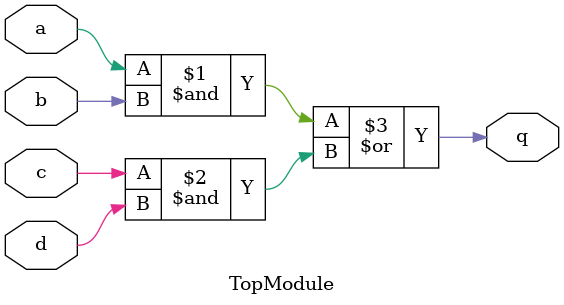
<source format=v>
module TopModule(
    input a,
    input b,
    input c,
    input d,
    output q
);

assign q = (a & b) | (c & d);

endmodule

</source>
